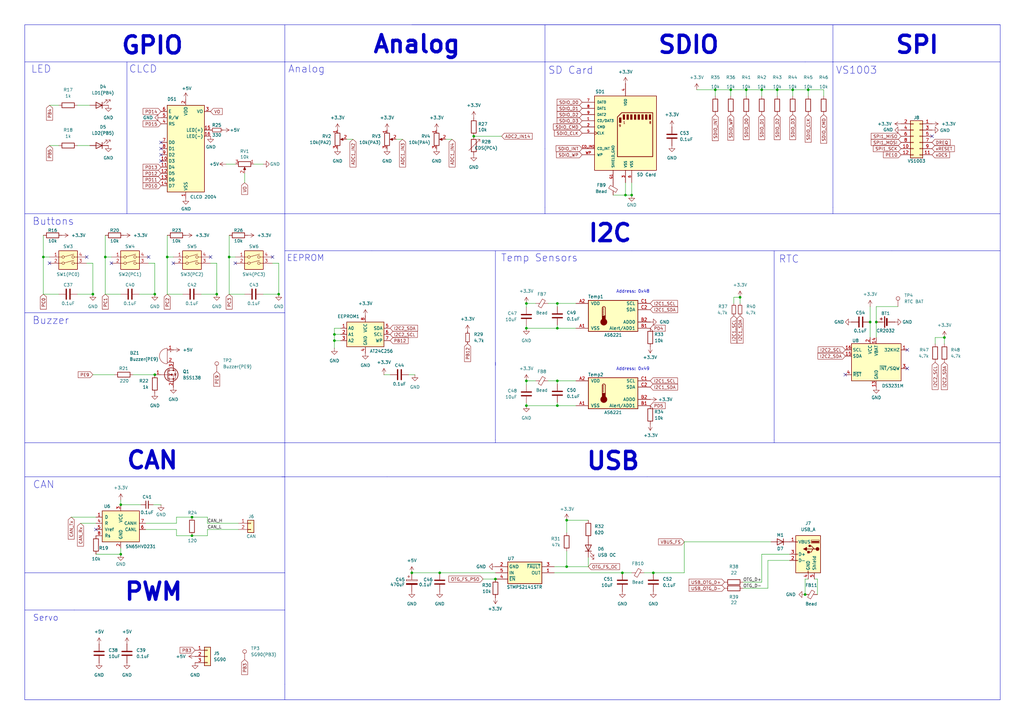
<source format=kicad_sch>
(kicad_sch (version 20250114) (generator "eeschema") (generator_version "9.0")
  (paper "A3")
  (title_block (title "Peripheral") (date "2025-05-19") (rev "1.0") (company "Robotics"))
  (text "Address: 0x48" (at 259.588 119.634 0) (effects (font (size 1.27 1.27))))
  (text "CLCD" (at 58.674 28.448 0) (effects (font (size 3 3))))
  (text "Analog" (at 125.73 28.448 0) (effects (font (size 3 3))))
  (text "Buttons" (at 21.844 90.932 0) (effects (font (size 3 3))))
  (text "Buzzer" (at 20.828 131.572 0) (effects (font (size 3 3))))
  (text "Servo" (at 13.462 255.016 0) (effects (font (size 2.54 2.54)) (justify left bottom)))
  (text "VS1003" (at 351.282 28.956 0) (effects (font (size 3 3))))
  (text "RTC" (at 323.596 106.426 0) (effects (font (size 3 3))))
  (text "EEPROM" (at 117.602 107.442 0) (effects (font (size 2.54 2.54)) (justify left bottom)))
  (text "LED" (at 12.7 30.226 0) (effects (font (size 3 3)) (justify left bottom)))
  (text "Analog" (at 170.942 18.288 0) (effects (font (size 7 7) (thickness 1.4) (bold yes))))
  (text "CAN" (at 62.484 188.976 0) (effects (font (size 7 7) (thickness 1.4) (bold yes))))
  (text "SPI" (at 376.174 18.542 0) (effects (font (size 7 7) (thickness 1.4) (bold yes))))
  (text "I2C" (at 250.19 95.758 0) (effects (font (size 7 7) (thickness 1.4) (bold yes))))
  (text "Temp Sensors" (at 221.234 105.918 0) (effects (font (size 3 3))))
  (text "USB" (at 251.46 189.23 0) (effects (font (size 7 7) (thickness 1.4) (bold yes))))
  (text "SD Card" (at 224.79 30.734 0) (effects (font (size 3 3)) (justify left bottom)))
  (text "PWM" (at 62.992 242.824 0) (effects (font (size 7 7) (thickness 1.4) (bold yes))))
  (text "GPIO" (at 62.484 18.796 0) (effects (font (size 7 7) (thickness 1.4) (bold yes))))
  (text "SDIO" (at 282.448 18.542 0) (effects (font (size 7 7) (thickness 1.4) (bold yes))))
  (text "CAN" (at 13.462 200.66 0) (effects (font (size 3 3)) (justify left bottom)))
  (text "Address: 0x49" (at 259.588 151.384 0) (effects (font (size 1.27 1.27))))
  (junction (at 49.53 207.01))
  (junction (at 259.08 80.01))
  (junction (at 387.35 138.43))
  (junction (at 63.5 153.67))
  (junction (at 325.12 36.83))
  (junction (at 330.2 243.84))
  (junction (at 331.47 36.83))
  (junction (at 228.6 134.62))
  (junction (at 228.6 156.21))
  (junction (at 114.3 120.65))
  (junction (at 78.74 219.71))
  (junction (at 255.27 234.95))
  (junction (at 49.53 227.33))
  (junction (at 38.1 120.65))
  (junction (at 303.53 121.92))
  (junction (at 63.5 120.65))
  (junction (at 293.37 36.83))
  (junction (at 312.42 36.83))
  (junction (at 215.9 156.21))
  (junction (at 180.34 234.95))
  (junction (at 17.78 105.41))
  (junction (at 359.41 132.08))
  (junction (at 168.91 234.95))
  (junction (at 232.41 232.41))
  (junction (at 194.31 55.88))
  (junction (at 228.6 166.37))
  (junction (at 203.2 237.49))
  (junction (at 88.9 120.65))
  (junction (at 306.07 36.83))
  (junction (at 43.18 105.41))
  (junction (at 215.9 166.37))
  (junction (at 215.9 124.46))
  (junction (at 228.6 124.46))
  (junction (at 93.98 105.41))
  (junction (at 267.97 234.95))
  (junction (at 356.87 132.08))
  (junction (at 137.16 137.16))
  (junction (at 232.41 213.36))
  (junction (at 256.54 80.01))
  (junction (at 137.16 139.7))
  (junction (at 68.58 105.41))
  (junction (at 318.77 36.83))
  (junction (at 215.9 134.62))
  (junction (at 78.74 212.09))
  (junction (at 299.72 36.83))
  (no_connect (at 86.36 105.41))
  (no_connect (at 372.11 143.51))
  (no_connect (at 39.37 217.17))
  (no_connect (at 346.71 153.67))
  (no_connect (at 35.56 105.41))
  (no_connect (at 382.27 55.88))
  (no_connect (at 45.72 107.95))
  (no_connect (at 96.52 107.95))
  (no_connect (at 372.11 151.13))
  (no_connect (at 60.96 105.41))
  (no_connect (at 66.04 63.5))
  (no_connect (at 71.12 107.95))
  (no_connect (at 66.04 66.04))
  (no_connect (at 66.04 58.42))
  (no_connect (at 20.32 107.95))
  (no_connect (at 66.04 60.96))
  (no_connect (at 111.76 105.41))
  (wire (pts (xy 85.09 212.09) (xy 85.09 214.63)))
  (polyline (pts (xy 10.16 128.27) (xy 116.84 128.27)))
  (polyline (pts (xy 317.5 102.87) (xy 317.5 180.34)))
  (wire (pts (xy 17.78 105.41) (xy 20.32 105.41)))
  (wire (pts (xy 68.58 96.52) (xy 68.58 105.41)))
  (wire (pts (xy 54.61 153.67) (xy 63.5 153.67)))
  (wire (pts (xy 82.55 120.65) (xy 88.9 120.65)))
  (wire (pts (xy 85.09 217.17) (xy 97.79 217.17)))
  (polyline (pts (xy 341.63 85.09) (xy 341.63 87.63)))
  (wire (pts (xy 20.32 43.18) (xy 24.13 43.18)))
  (wire (pts (xy 162.56 57.15) (xy 165.1 57.15)))
  (wire (pts (xy 293.37 36.83) (xy 293.37 39.37)))
  (wire (pts (xy 31.75 43.18) (xy 36.83 43.18)))
  (wire (pts (xy 93.98 105.41) (xy 93.98 120.65)))
  (wire (pts (xy 63.5 120.65) (xy 63.5 107.95)))
  (wire (pts (xy 331.47 36.83) (xy 337.82 36.83)))
  (wire (pts (xy 312.42 227.33) (xy 323.85 227.33)))
  (wire (pts (xy 224.79 124.46) (xy 228.6 124.46)))
  (wire (pts (xy 43.18 105.41) (xy 45.72 105.41)))
  (wire (pts (xy 280.67 234.95) (xy 280.67 222.25)))
  (polyline (pts (xy 116.84 25.4) (xy 116.84 10.16)))
  (polyline (pts (xy 203.2 181.61) (xy 410.21 181.61)))
  (wire (pts (xy 299.72 36.83) (xy 299.72 39.37)))
  (wire (pts (xy 312.42 36.83) (xy 312.42 39.37)))
  (polyline (pts (xy 116.84 250.19) (xy 116.84 280.67)))
  (wire (pts (xy 383.54 140.97) (xy 383.54 138.43)))
  (wire (pts (xy 383.54 138.43) (xy 387.35 138.43)))
  (wire (pts (xy 306.07 36.83) (xy 312.42 36.83)))
  (wire (pts (xy 312.42 238.76) (xy 312.42 227.33)))
  (wire (pts (xy 314.96 229.87) (xy 323.85 229.87)))
  (polyline (pts (xy 10.16 10.16) (xy 10.16 287.02)))
  (wire (pts (xy 304.8 241.3) (xy 314.96 241.3)))
  (wire (pts (xy 215.9 165.354) (xy 215.9 166.37)))
  (polyline (pts (xy 341.63 87.63) (xy 410.21 87.63)))
  (wire (pts (xy 35.56 107.95) (xy 38.1 107.95)))
  (polyline (pts (xy 10.16 181.61) (xy 116.84 181.61)))
  (wire (pts (xy 232.41 232.41) (xy 227.33 232.41)))
  (polyline (pts (xy 10.16 250.19) (xy 30.48 250.19)))
  (wire (pts (xy 85.09 214.63) (xy 97.79 214.63)))
  (wire (pts (xy 111.76 107.95) (xy 114.3 107.95)))
  (polyline (pts (xy 10.16 25.4) (xy 116.84 25.4)))
  (polyline (pts (xy 116.84 234.95) (xy 116.84 181.61)))
  (wire (pts (xy 62.865 207.01) (xy 66.04 207.01)))
  (wire (pts (xy 215.9 156.21) (xy 219.71 156.21)))
  (polyline (pts (xy 317.5 180.34) (xy 317.5 181.61)))
  (wire (pts (xy 49.53 207.01) (xy 57.785 207.01)))
  (wire (pts (xy 228.6 156.21) (xy 228.6 157.48)))
  (wire (pts (xy 387.35 138.43) (xy 387.35 140.97)))
  (wire (pts (xy 236.22 166.37) (xy 228.6 166.37)))
  (wire (pts (xy 280.67 222.25) (xy 316.23 222.25)))
  (polyline (pts (xy 10.16 195.58) (xy 116.84 195.58)))
  (wire (pts (xy 68.58 105.41) (xy 71.12 105.41)))
  (wire (pts (xy 78.74 219.71) (xy 85.09 219.71)))
  (wire (pts (xy 256.54 74.93) (xy 256.54 80.01)))
  (polyline (pts (xy 10.16 234.95) (xy 116.84 234.95)))
  (wire (pts (xy 17.78 105.41) (xy 17.78 120.65)))
  (wire (pts (xy 17.78 120.65) (xy 24.13 120.65)))
  (wire (pts (xy 331.47 36.83) (xy 331.47 39.37)))
  (wire (pts (xy 43.18 105.41) (xy 43.18 120.65)))
  (wire (pts (xy 31.75 59.69) (xy 36.83 59.69)))
  (wire (pts (xy 38.1 153.67) (xy 46.99 153.67)))
  (polyline (pts (xy 152.4 102.87) (xy 259.08 102.87)))
  (wire (pts (xy 72.39 214.63) (xy 72.39 212.09)))
  (wire (pts (xy 114.3 120.65) (xy 114.3 107.95)))
  (wire (pts (xy 31.75 120.65) (xy 38.1 120.65)))
  (wire (pts (xy 38.1 120.65) (xy 38.1 107.95)))
  (wire (pts (xy 232.41 218.44) (xy 232.41 213.36)))
  (wire (pts (xy 264.16 234.95) (xy 267.97 234.95)))
  (wire (pts (xy 33.02 214.63) (xy 39.37 214.63)))
  (wire (pts (xy 228.6 124.46) (xy 228.6 125.73)))
  (wire (pts (xy 256.54 80.01) (xy 259.08 80.01)))
  (polyline (pts (xy 116.84 102.87) (xy 152.4 102.87)))
  (wire (pts (xy 180.34 234.95) (xy 203.2 234.95)))
  (wire (pts (xy 215.9 157.734) (xy 215.9 156.21)))
  (wire (pts (xy 57.15 120.65) (xy 63.5 120.65)))
  (wire (pts (xy 137.16 137.16) (xy 137.16 139.7)))
  (wire (pts (xy 78.74 212.09) (xy 85.09 212.09)))
  (polyline (pts (xy 158.75 195.58) (xy 265.43 195.58)))
  (polyline (pts (xy 203.2 148.59) (xy 203.2 180.34)))
  (wire (pts (xy 236.22 134.62) (xy 228.6 134.62)))
  (wire (pts (xy 49.53 227.33) (xy 49.53 224.79)))
  (wire (pts (xy 137.16 139.7) (xy 139.7 139.7)))
  (polyline (pts (xy 115.57 195.58) (xy 158.75 195.58)))
  (polyline (pts (xy 116.84 87.63) (xy 223.52 87.63)))
  (wire (pts (xy 139.7 137.16) (xy 137.16 137.16)))
  (polyline (pts (xy 10.16 10.16) (xy 410.21 10.16)))
  (polyline (pts (xy 116.84 181.61) (xy 116.84 128.27)))
  (wire (pts (xy 335.28 237.49) (xy 335.28 243.84)))
  (polyline (pts (xy 116.84 25.4) (xy 223.52 25.4)))
  (wire (pts (xy 137.16 134.62) (xy 139.7 134.62)))
  (polyline (pts (xy 30.48 250.19) (xy 116.84 250.19)))
  (polyline (pts (xy 265.43 195.58) (xy 410.21 195.58)))
  (polyline (pts (xy 116.84 234.95) (xy 116.84 250.19)))
  (wire (pts (xy 232.41 226.06) (xy 232.41 232.41)))
  (wire (pts (xy 72.39 219.71) (xy 78.74 219.71)))
  (wire (pts (xy 142.24 57.15) (xy 144.78 57.15)))
  (wire (pts (xy 259.08 74.93) (xy 259.08 80.01)))
  (polyline (pts (xy 116.84 280.67) (xy 116.84 287.02)))
  (wire (pts (xy 43.18 120.65) (xy 49.53 120.65)))
  (polyline (pts (xy 223.52 60.96) (xy 223.52 85.09)))
  (polyline (pts (xy 168.91 10.16) (xy 410.21 10.16)))
  (wire (pts (xy 300.99 124.46) (xy 300.99 121.92)))
  (wire (pts (xy 68.58 120.65) (xy 74.93 120.65)))
  (wire (pts (xy 59.69 214.63) (xy 72.39 214.63)))
  (wire (pts (xy 318.77 36.83) (xy 325.12 36.83)))
  (wire (pts (xy 241.3 232.41) (xy 241.3 228.6)))
  (polyline (pts (xy 341.63 85.09) (xy 341.63 25.4)))
  (polyline (pts (xy 10.16 87.63) (xy 116.84 87.63)))
  (polyline (pts (xy 330.2 25.4) (xy 341.63 25.4)))
  (wire (pts (xy 85.09 217.17) (xy 85.09 219.71)))
  (wire (pts (xy 330.2 237.49) (xy 330.2 243.84)))
  (wire (pts (xy 232.41 232.41) (xy 241.3 232.41)))
  (polyline (pts (xy 341.63 10.16) (xy 341.63 25.4)))
  (wire (pts (xy 334.01 237.49) (xy 335.28 237.49)))
  (wire (pts (xy 228.6 166.37) (xy 228.6 165.1)))
  (wire (pts (xy 194.31 55.88) (xy 205.74 55.88)))
  (polyline (pts (xy 223.52 87.63) (xy 341.63 87.63)))
  (wire (pts (xy 215.9 125.984) (xy 215.9 124.46)))
  (polyline (pts (xy 410.21 287.02) (xy 10.16 287.02)))
  (wire (pts (xy 318.77 36.83) (xy 318.77 39.37)))
  (wire (pts (xy 293.37 36.83) (xy 299.72 36.83)))
  (wire (pts (xy 60.96 107.95) (xy 63.5 107.95)))
  (wire (pts (xy 359.41 132.08) (xy 359.41 138.43)))
  (wire (pts (xy 303.53 121.92) (xy 303.53 124.46)))
  (polyline (pts (xy 203.2 102.87) (xy 203.2 149.86)))
  (polyline (pts (xy 259.08 102.87) (xy 365.76 102.87)))
  (wire (pts (xy 49.53 205.105) (xy 49.53 207.01)))
  (wire (pts (xy 43.18 96.52) (xy 43.18 105.41)))
  (wire (pts (xy 72.39 212.09) (xy 78.74 212.09)))
  (wire (pts (xy 359.41 132.08) (xy 359.41 125.73)))
  (wire (pts (xy 17.78 96.52) (xy 17.78 105.41)))
  (wire (pts (xy 29.21 212.09) (xy 39.37 212.09)))
  (polyline (pts (xy 410.21 10.16) (xy 410.21 287.02)))
  (wire (pts (xy 331.47 237.49) (xy 330.2 237.49)))
  (wire (pts (xy 215.9 133.604) (xy 215.9 134.62)))
  (wire (pts (xy 314.96 241.3) (xy 314.96 229.87)))
  (wire (pts (xy 86.36 107.95) (xy 88.9 107.95)))
  (wire (pts (xy 325.12 36.83) (xy 325.12 39.37)))
  (wire (pts (xy 104.14 67.31) (xy 107.95 67.31)))
  (polyline (pts (xy 341.63 25.4) (xy 410.21 25.4)))
  (wire (pts (xy 137.16 139.7) (xy 137.16 142.875)))
  (wire (pts (xy 93.98 105.41) (xy 96.52 105.41)))
  (wire (pts (xy 236.22 124.46) (xy 228.6 124.46)))
  (wire (pts (xy 228.6 134.62) (xy 228.6 133.35)))
  (polyline (pts (xy 223.52 85.09) (xy 223.52 87.63)))
  (wire (pts (xy 168.91 234.95) (xy 180.34 234.95)))
  (wire (pts (xy 285.75 36.83) (xy 293.37 36.83)))
  (wire (pts (xy 356.87 132.08) (xy 356.87 138.43)))
  (wire (pts (xy 88.9 120.65) (xy 88.9 107.95)))
  (wire (pts (xy 259.08 234.95) (xy 255.27 234.95)))
  (wire (pts (xy 68.58 105.41) (xy 68.58 120.65)))
  (wire (pts (xy 215.9 134.62) (xy 228.6 134.62)))
  (wire (pts (xy 337.82 36.83) (xy 337.82 39.37)))
  (wire (pts (xy 224.79 156.21) (xy 228.6 156.21)))
  (polyline (pts (xy 365.76 102.87) (xy 410.21 102.87)))
  (wire (pts (xy 267.97 234.95) (xy 280.67 234.95)))
  (polyline (pts (xy 116.84 128.27) (xy 116.84 25.4)))
  (polyline (pts (xy 223.52 60.96) (xy 223.52 10.16)))
  (wire (pts (xy 312.42 36.83) (xy 318.77 36.83)))
  (wire (pts (xy 167.64 153.67) (xy 170.18 153.67)))
  (wire (pts (xy 100.33 74.93) (xy 100.33 71.12)))
  (wire (pts (xy 137.16 137.16) (xy 137.16 134.62)))
  (wire (pts (xy 304.8 238.76) (xy 312.42 238.76)))
  (wire (pts (xy 300.99 121.92) (xy 303.53 121.92)))
  (polyline (pts (xy 52.07 25.4) (xy 52.07 87.63)))
  (polyline (pts (xy 116.84 181.61) (xy 203.2 181.61)))
  (wire (pts (xy 299.72 36.83) (xy 306.07 36.83)))
  (wire (pts (xy 215.9 166.37) (xy 228.6 166.37)))
  (wire (pts (xy 20.32 59.69) (xy 24.13 59.69)))
  (wire (pts (xy 227.33 234.95) (xy 255.27 234.95)))
  (wire (pts (xy 107.95 120.65) (xy 114.3 120.65)))
  (wire (pts (xy 236.22 156.21) (xy 228.6 156.21)))
  (polyline (pts (xy 203.2 180.34) (xy 203.2 181.61)))
  (wire (pts (xy 325.12 36.83) (xy 331.47 36.83)))
  (wire (pts (xy 92.71 67.31) (xy 96.52 67.31)))
  (wire (pts (xy 215.9 124.46) (xy 219.71 124.46)))
  (wire (pts (xy 182.88 57.15) (xy 185.42 57.15)))
  (wire (pts (xy 198.12 237.49) (xy 203.2 237.49)))
  (wire (pts (xy 359.41 125.73) (xy 368.3 125.73)))
  (wire (pts (xy 306.07 36.83) (xy 306.07 39.37)))
  (wire (pts (xy 39.37 227.33) (xy 49.53 227.33)))
  (wire (pts (xy 356.87 125.73) (xy 356.87 132.08)))
  (wire (pts (xy 93.98 96.52) (xy 93.98 105.41)))
  (wire (pts (xy 251.46 80.01) (xy 256.54 80.01)))
  (wire (pts (xy 157.48 153.67) (xy 160.02 153.67)))
  (wire (pts (xy 93.98 120.65) (xy 100.33 120.65)))
  (wire (pts (xy 72.39 217.17) (xy 72.39 219.71)))
  (wire (pts (xy 232.41 213.36) (xy 241.3 213.36)))
  (wire (pts (xy 59.69 217.17) (xy 72.39 217.17)))
  (polyline (pts (xy 223.52 25.4) (xy 330.2 25.4)))
  (label "CAN_L" (at 85.09 217.17 0))
  (label "OTG_D-" (at 304.8 241.3 0))
  (label "CAN_H" (at 85.09 214.63 0))
  (label "OTG_D+" (at 304.8 238.76 0))
  (global_label "SDIO_CLK" (shape input) (at 331.47 46.99 270) (effects (font (thickness 0.1588))) (property "Intersheetrefs" "${INTERSHEET_REFS}" (effects (hide yes))))
  (global_label "CAN_Rx" (shape input) (at 33.02 214.63 270) (property "Intersheetrefs" "${INTERSHEET_REFS}" (effects (hide yes))))
  (global_label "ADC1_IN2" (shape input) (at 144.78 57.15 270) (property "Intersheetrefs" "${INTERSHEET_REFS}" (effects (hide yes))))
  (global_label "PC0" (shape input) (at 17.78 120.65 270) (effects (font (thickness 0.1588))) (property "Intersheetrefs" "${INTERSHEET_REFS}" (effects (hide yes))))
  (global_label "SDIO_D3" (shape input) (at 325.12 46.99 270) (effects (font (thickness 0.1588))) (property "Intersheetrefs" "${INTERSHEET_REFS}" (effects (hide yes))))
  (global_label "I2C2_SDA" (shape input) (at 387.35 148.59 270) (property "Intersheetrefs" "${INTERSHEET_REFS}" (effects (hide yes))))
  (global_label "I2C2_SDA" (shape input) (at 346.71 146.05 180) (property "Intersheetrefs" "${INTERSHEET_REFS}" (effects (hide yes))))
  (global_label "ADC2_IN14" (shape input) (at 205.74 55.88 0) (property "Intersheetrefs" "${INTERSHEET_REFS}" (effects (hide yes))))
  (global_label "SDIO_CMD" (shape input) (at 337.82 46.99 270) (effects (font (thickness 0.1588))) (property "Intersheetrefs" "${INTERSHEET_REFS}" (effects (hide yes))))
  (global_label "SDIO_INT" (shape input) (at 293.37 46.99 270) (effects (font (thickness 0.1588))) (property "Intersheetrefs" "${INTERSHEET_REFS}" (effects (hide yes))))
  (global_label "DREQ" (shape input) (at 382.27 58.42 0) (property "Intersheetrefs" "${INTERSHEET_REFS}" (effects (hide yes))))
  (global_label "PD14" (shape input) (at 66.04 45.72 180) (property "Intersheetrefs" "${INTERSHEET_REFS}" (effects (hide yes))))
  (global_label "USB_OTG_D-" (shape input) (at 297.18 241.3 180) (property "Intersheetrefs" "${INTERSHEET_REFS}" (effects (hide yes))))
  (global_label "OTG_FS_OC" (shape input) (at 241.3 232.41 0) (property "Intersheetrefs" "${INTERSHEET_REFS}" (effects (hide yes))))
  (global_label "I2C2_SCL" (shape input) (at 346.71 143.51 180) (property "Intersheetrefs" "${INTERSHEET_REFS}" (effects (hide yes))))
  (global_label "SDIO_D1" (shape input) (at 312.42 46.99 270) (effects (font (thickness 0.1588))) (property "Intersheetrefs" "${INTERSHEET_REFS}" (effects (hide yes))))
  (global_label "PB5" (shape input) (at 20.32 59.69 270) (property "Intersheetrefs" "${INTERSHEET_REFS}" (effects (hide yes))))
  (global_label "VO" (shape input) (at 86.36 45.72 0) (property "Intersheetrefs" "${INTERSHEET_REFS}" (effects (hide yes))))
  (global_label "OTG_FS_PSO" (shape input) (at 198.12 237.49 180) (property "Intersheetrefs" "${INTERSHEET_REFS}" (effects (hide yes))))
  (global_label "SDIO_CMD" (shape input) (at 238.76 52.07 180) (effects (font (thickness 0.1588))) (property "Intersheetrefs" "${INTERSHEET_REFS}" (effects (hide yes))))
  (global_label "xDCS" (shape input) (at 382.27 63.5 0) (property "Intersheetrefs" "${INTERSHEET_REFS}" (effects (hide yes))))
  (global_label "PD4" (shape input) (at 266.7 134.62 0) (property "Intersheetrefs" "${INTERSHEET_REFS}" (effects (hide yes))))
  (global_label "SPI1_SCK" (shape input) (at 369.57 60.96 180) (property "Intersheetrefs" "${INTERSHEET_REFS}" (effects (hide yes))))
  (global_label "I2C1_SCL" (shape input) (at 266.7 156.21 0) (property "Intersheetrefs" "${INTERSHEET_REFS}" (effects (hide yes))))
  (global_label "I2C2_SCL" (shape input) (at 383.54 148.59 270) (property "Intersheetrefs" "${INTERSHEET_REFS}" (effects (hide yes))))
  (global_label "VO" (shape input) (at 100.33 74.93 270) (property "Intersheetrefs" "${INTERSHEET_REFS}" (effects (hide yes))))
  (global_label "PD11" (shape input) (at 66.04 73.66 180) (property "Intersheetrefs" "${INTERSHEET_REFS}" (effects (hide yes))))
  (global_label "PE9" (shape input) (at 88.9 152.4 270) (property "Intersheetrefs" "${INTERSHEET_REFS}" (effects (hide yes))))
  (global_label "I2C1_SDA" (shape input) (at 266.7 127 0) (property "Intersheetrefs" "${INTERSHEET_REFS}" (effects (hide yes))))
  (global_label "PD10" (shape input) (at 66.04 76.2 180) (property "Intersheetrefs" "${INTERSHEET_REFS}" (effects (hide yes))))
  (global_label "CAN_Tx" (shape input) (at 29.21 212.09 270) (property "Intersheetrefs" "${INTERSHEET_REFS}" (effects (hide yes))))
  (global_label "PD5" (shape input) (at 266.7 166.37 0) (property "Intersheetrefs" "${INTERSHEET_REFS}" (effects (hide yes))))
  (global_label "USB_OTG_D+" (shape input) (at 297.18 238.76 180) (property "Intersheetrefs" "${INTERSHEET_REFS}" (effects (hide yes))))
  (global_label "SDIO_D0" (shape input) (at 306.07 46.99 270) (effects (font (thickness 0.1588))) (property "Intersheetrefs" "${INTERSHEET_REFS}" (effects (hide yes))))
  (global_label "ADC1_IN3" (shape input) (at 165.1 57.15 270) (property "Intersheetrefs" "${INTERSHEET_REFS}" (effects (hide yes))))
  (global_label "PD15" (shape input) (at 66.04 50.8 180) (property "Intersheetrefs" "${INTERSHEET_REFS}" (effects (hide yes))))
  (global_label "PB12" (shape input) (at 160.02 139.7 0) (property "Intersheetrefs" "${INTERSHEET_REFS}" (effects (hide yes))))
  (global_label "SDIO_WP" (shape input) (at 238.76 63.5 180) (effects (font (thickness 0.1588))) (property "Intersheetrefs" "${INTERSHEET_REFS}" (effects (hide yes))))
  (global_label "PB12" (shape input) (at 191.77 140.97 270) (property "Intersheetrefs" "${INTERSHEET_REFS}" (effects (hide yes))))
  (global_label "SDIO_WP" (shape input) (at 299.72 46.99 270) (effects (font (thickness 0.1588))) (property "Intersheetrefs" "${INTERSHEET_REFS}" (effects (hide yes))))
  (global_label "SDIO_D2" (shape input) (at 238.76 46.99 180) (effects (font (thickness 0.1588))) (property "Intersheetrefs" "${INTERSHEET_REFS}" (effects (hide yes))))
  (global_label "PD13" (shape input) (at 66.04 68.58 180) (property "Intersheetrefs" "${INTERSHEET_REFS}" (effects (hide yes))))
  (global_label "I2C2_SCL" (shape input) (at 160.02 137.16 0) (property "Intersheetrefs" "${INTERSHEET_REFS}" (effects (hide yes))))
  (global_label "PB4" (shape input) (at 20.32 43.18 270) (property "Intersheetrefs" "${INTERSHEET_REFS}" (effects (hide yes))))
  (global_label "I2C2_SDA" (shape input) (at 160.02 134.62 0) (property "Intersheetrefs" "${INTERSHEET_REFS}" (effects (hide yes))))
  (global_label "PE9" (shape input) (at 38.1 153.67 180) (property "Intersheetrefs" "${INTERSHEET_REFS}" (effects (hide yes))))
  (global_label "PC3" (shape input) (at 93.98 120.65 270) (effects (font (thickness 0.1588))) (property "Intersheetrefs" "${INTERSHEET_REFS}" (effects (hide yes))))
  (global_label "ADC1_IN4" (shape input) (at 185.42 57.15 270) (property "Intersheetrefs" "${INTERSHEET_REFS}" (effects (hide yes))))
  (global_label "PC1" (shape input) (at 43.18 120.65 270) (effects (font (thickness 0.1588))) (property "Intersheetrefs" "${INTERSHEET_REFS}" (effects (hide yes))))
  (global_label "SDIO_INT" (shape input) (at 238.76 60.96 180) (effects (font (thickness 0.1588))) (property "Intersheetrefs" "${INTERSHEET_REFS}" (effects (hide yes))))
  (global_label "xRESET" (shape input) (at 382.27 60.96 0) (property "Intersheetrefs" "${INTERSHEET_REFS}" (effects (hide yes))))
  (global_label "I2C1_SCL" (shape input) (at 300.99 129.54 270) (property "Intersheetrefs" "${INTERSHEET_REFS}" (effects (hide yes))))
  (global_label "SPI1_MOSI" (shape input) (at 369.57 58.42 180) (property "Intersheetrefs" "${INTERSHEET_REFS}" (effects (hide yes))))
  (global_label "I2C1_SDA" (shape input) (at 266.7 158.75 0) (property "Intersheetrefs" "${INTERSHEET_REFS}" (effects (hide yes))))
  (global_label "PB3" (shape input) (at 80.01 266.7 180) (property "Intersheetrefs" "${INTERSHEET_REFS}" (effects (hide yes))))
  (global_label "VBUS_FS" (shape input) (at 280.67 222.25 180) (property "Intersheetrefs" "${INTERSHEET_REFS}" (effects (hide yes))))
  (global_label "PB3" (shape input) (at 100.33 270.51 270) (property "Intersheetrefs" "${INTERSHEET_REFS}" (effects (hide yes))))
  (global_label "SDIO_CLK" (shape input) (at 238.76 54.61 180) (effects (font (thickness 0.1588))) (property "Intersheetrefs" "${INTERSHEET_REFS}" (effects (hide yes))))
  (global_label "SDIO_D2" (shape input) (at 318.77 46.99 270) (effects (font (thickness 0.1588))) (property "Intersheetrefs" "${INTERSHEET_REFS}" (effects (hide yes))))
  (global_label "PE10" (shape input) (at 369.57 63.5 180) (property "Intersheetrefs" "${INTERSHEET_REFS}" (effects (hide yes))))
  (global_label "PD12" (shape input) (at 66.04 71.12 180) (property "Intersheetrefs" "${INTERSHEET_REFS}" (effects (hide yes))))
  (global_label "SPI1_MISO" (shape input) (at 369.57 55.88 180) (property "Intersheetrefs" "${INTERSHEET_REFS}" (effects (hide yes))))
  (global_label "PC2" (shape input) (at 68.58 120.65 270) (effects (font (thickness 0.1588))) (property "Intersheetrefs" "${INTERSHEET_REFS}" (effects (hide yes))))
  (global_label "I2C1_SDA" (shape input) (at 303.53 129.54 270) (property "Intersheetrefs" "${INTERSHEET_REFS}" (effects (hide yes))))
  (global_label "I2C1_SCL" (shape input) (at 266.7 124.46 0) (property "Intersheetrefs" "${INTERSHEET_REFS}" (effects (hide yes))))
  (global_label "SDIO_D0" (shape input) (at 238.76 41.91 180) (effects (font (thickness 0.1588))) (property "Intersheetrefs" "${INTERSHEET_REFS}" (effects (hide yes))))
  (global_label "SDIO_D3" (shape input) (at 238.76 49.53 180) (effects (font (thickness 0.1588))) (property "Intersheetrefs" "${INTERSHEET_REFS}" (effects (hide yes))))
  (global_label "SDIO_D1" (shape input) (at 238.76 44.45 180) (effects (font (thickness 0.1588))) (property "Intersheetrefs" "${INTERSHEET_REFS}" (effects (hide yes))))
  (symbol (lib_id "Connector_Generic:Conn_02x06_Odd_Even") (at 377.19 55.88 0) (mirror y) (unit 1)
    (property "Reference" "J8" (at 375.92 48.26 0))
    (property "Value" "VS1003" (at 375.92 66.04 0))
    (property "Footprint" "Connector_PinSocket_2.54mm:PinSocket_2x06_P2.54mm_Vertical" (effects (hide yes)))
  )
  (symbol (lib_id "STM32F4개발보드-rescue:GND-nixie-cache") (at 382.27 53.34 90) (mirror x) (unit 1)
    (property "Reference" "#PWR0148" (effects (hide yes)))
    (property "Value" "GND" (at 385.5212 53.467 90) (effects (justify right)))
  )
  (symbol (lib_id "STM32F4개발보드-rescue:GND-nixie-cache") (at 369.57 53.34 270) (mirror x) (unit 1)
    (property "Reference" "#PWR0146" (effects (hide yes)))
    (property "Value" "GND" (at 366.3188 53.213 90) (effects (justify right)))
  )
  (symbol (lib_id "Device:R_Potentiometer") (at 158.75 57.15 0) (unit 1)
    (property "Reference" "RV3" (at 156.21 55.8799 0) (effects (justify right)))
    (property "Value" "10k(PA3)" (at 156.21 58.4199 0) (effects (justify right)))
    (property "Footprint" "PCB:RV09H20SQ-B10K" (effects (hide yes)))
    (property "Description" "Potentiometer" (effects (hide yes)))
  )
  (symbol (lib_id "Device:R") (at 203.2 241.3 0) (mirror x) (unit 1)
    (property "Reference" "R30" (at 199.644 240.03 0))
    (property "Value" "10k" (at 199.644 242.57 0))
    (property "Footprint" "Resistor_SMD:R_0805_2012Metric" (effects (hide yes)))
  )
  (symbol (lib_id "power:+3.3V") (at 215.9 156.21 0) (unit 1)
    (property "Reference" "#PWR0125" (effects (hide yes)))
    (property "Value" "+3.3V" (at 215.9 151.13 0))
  )
  (symbol (lib_id "Device:D") (at 320.04 222.25 0) (mirror y) (unit 1)
    (property "Reference" "D7" (at 320.04 225.044 0))
    (property "Value" "M1" (at 320.04 219.456 0))
    (property "Footprint" "Diode_SMD:D_SMA" (effects (hide yes)))
    (property "Description" "Diode" (effects (hide yes)))
    (property "Sim.Device" "D" (effects (hide yes)))
    (property "Sim.Pins" "1=K 2=A" (effects (hide yes)))
  )
  (symbol (lib_id "power:GND") (at 138.43 60.96 0) (unit 1)
    (property "Reference" "#PWR0106" (effects (hide yes)))
    (property "Value" "GND" (at 138.43 66.04 0))
    (property "Description" "Power symbol creates a global label with name \"GND\" , ground" (effects (hide yes)))
  )
  (symbol (lib_id "power:+3.3V") (at 191.77 135.89 0) (unit 1)
    (property "Reference" "#PWR0120" (effects (hide yes)))
    (property "Value" "+3.3V" (at 191.77 130.81 0))
  )
  (symbol (lib_id "GPS데이터-송신기-ver-1.1(개선-버전)-rescue:+5V-nixie-cache") (at 92.71 67.31 90) (unit 1)
    (property "Reference" "#PWR0102" (effects (hide yes)))
    (property "Value" "+5V" (at 89.916 67.31 90) (effects (justify left)))
  )
  (symbol (lib_id "Device:C") (at 40.64 267.97 0) (unit 1)
    (property "Reference" "C38" (at 44.45 266.6999 0) (effects (justify left)))
    (property "Value" "10uF" (at 44.45 269.2399 0) (effects (justify left)))
    (property "Footprint" "Capacitor_SMD:C_1206_3216Metric" (effects (hide yes)))
    (property "Description" "Unpolarized capacitor" (effects (hide yes)))
  )
  (symbol (lib_id "Device:FerriteBead_Small") (at 222.25 156.21 90) (unit 1)
    (property "Reference" "FB8" (at 222.25 152.4 90))
    (property "Value" "Bead" (at 222.25 160.02 90))
    (property "Footprint" "Inductor_SMD:L_0805_2012Metric" (effects (hide yes)))
  )
  (symbol (lib_id "power:GND") (at 267.97 242.57 0) (mirror y) (unit 1)
    (property "Reference" "#PWR0135" (effects (hide yes)))
    (property "Value" "GND" (at 267.97 247.65 0))
  )
  (symbol (lib_id "Timer_RTC:DS3231M") (at 359.41 148.59 0) (unit 1)
    (property "Reference" "U8" (at 349.504 139.7 0) (effects (justify left)))
    (property "Value" "DS3231M" (at 361.696 158.242 0) (effects (justify left)))
    (property "Footprint" "Package_SO:SOIC-16W_7.5x10.3mm_P1.27mm" (effects (hide yes)))
    (property "Datasheet" "http://datasheets.maximintegrated.com/en/ds/DS3231.pdf" (effects (hide yes)))
    (property "Description" "Extremely Accurate I2C-Integrated RTC/TCXO/Crystal SOIC-16" (effects (hide yes)))
  )
  (symbol (lib_id "Device:R") (at 241.3 217.17 0) (mirror y) (unit 1)
    (property "Reference" "R32" (at 243.84 215.8999 0) (effects (justify right)))
    (property "Value" "620" (at 243.84 218.4399 0) (effects (justify right)))
    (property "Footprint" "Resistor_SMD:R_0805_2012Metric" (effects (hide yes)))
    (property "Description" "Resistor" (effects (hide yes)))
  )
  (symbol (lib_id "Device:C") (at 275.59 55.88 0) (unit 1)
    (property "Reference" "C53" (at 278.765 54.6099 0) (effects (justify left)))
    (property "Value" "0.1uF" (at 278.765 57.1499 0) (effects (justify left)))
    (property "Footprint" "Capacitor_SMD:C_0805_2012Metric" (effects (hide yes)))
  )
  (symbol (lib_id "power:+3.3V") (at 266.7 163.83 270) (unit 1)
    (property "Reference" "#PWR0133" (effects (hide yes)))
    (property "Value" "+3.3V" (at 275.844 163.83 90) (effects (justify right)))
  )
  (symbol (lib_id "power:+3.3V") (at 101.6 96.52 270) (unit 1)
    (property "Reference" "#PWR0101" (effects (hide yes)))
    (property "Value" "+3.3V" (at 105.41 96.5199 90) (effects (justify left)))
    (property "Description" "Power symbol creates a global label with name \"+3.3V\"" (effects (hide yes)))
  )
  (symbol (lib_id "Device:R_POT") (at 100.33 67.31 270) (unit 1)
    (property "Reference" "RV1" (at 100.33 62.0522 90))
    (property "Value" "10k" (at 100.33 64.3636 90))
    (property "Footprint" "PCB:3362P-103LF" (effects (hide yes)))
  )
  (symbol (lib_id "power:+3.3V") (at 158.75 53.34 0) (unit 1)
    (property "Reference" "#PWR0110" (effects (hide yes)))
    (property "Value" "+3.3V" (at 158.75 48.26 0))
    (property "Description" "Power symbol creates a global label with name \"+3.3V\"" (effects (hide yes)))
  )
  (symbol (lib_id "Device:C") (at 163.83 153.67 90) (unit 1)
    (property "Reference" "C44" (at 163.83 149.86 90))
    (property "Value" "0.1uF" (at 163.83 157.48 90))
    (property "Footprint" "Capacitor_SMD:C_0805_2012Metric" (effects (hide yes)))
  )
  (symbol (lib_id "AS6221:AS6221") (at 251.46 129.54 0) (unit 1)
    (property "Reference" "Temp1" (at 244.348 121.666 0))
    (property "Value" "AS6221" (at 251.46 137.414 0))
    (property "Footprint" "Package_CSP:WLCSP-6_1.4x1.0mm_P0.4mm" (effects (hide yes)))
  )
  (symbol (lib_id "Device:R") (at 46.99 96.52 270) (unit 1)
    (property "Reference" "R20" (at 46.99 94.488 90))
    (property "Value" "10k" (at 46.99 98.806 90))
    (property "Footprint" "Resistor_SMD:R_0805_2012Metric" (effects (hide yes)))
    (property "Description" "Resistor" (effects (hide yes)))
  )
  (symbol (lib_id "power:GND") (at 71.12 158.75 0) (unit 1)
    (property "Reference" "#PWR091" (effects (hide yes)))
    (property "Value" "GND" (at 71.12 163.83 0))
    (property "Description" "Power symbol creates a global label with name \"GND\" , ground" (effects (hide yes)))
  )
  (symbol (lib_id "power:GND") (at 275.59 59.69 0) (mirror y) (unit 1)
    (property "Reference" "#PWR0137" (effects (hide yes)))
    (property "Value" "GND" (at 275.59 64.77 0))
    (property "Description" "Power symbol creates a global label with name \"GND\" , ground" (effects (hide yes)))
  )
  (symbol (lib_id "Device:C") (at 78.74 120.65 90) (unit 1)
    (property "Reference" "C42" (at 78.74 116.84 90))
    (property "Value" "0.1uF" (at 78.74 124.46 90))
    (property "Footprint" "Capacitor_SMD:C_0805_2012Metric" (effects (hide yes)))
  )
  (symbol (lib_id "Memory_EEPROM:CAT24C256") (at 149.86 137.16 0) (unit 1)
    (property "Reference" "EEPROM1" (at 138.43 129.794 0) (effects (justify left)))
    (property "Value" "AT24C256" (at 151.638 144.018 0) (effects (justify left)))
    (property "Footprint" "Package_SO:SOIC-8_3.9x4.9mm_P1.27mm" (effects (hide yes)))
    (property "Datasheet" "https://www.onsemi.cn/PowerSolutions/document/CAT24C256-D.PDF" (effects (hide yes)))
    (property "Description" "256 kb CMOS Serial EEPROM, DIP-8/SOIC-8/TSSOP-8/DFN-8" (effects (hide yes)))
  )
  (symbol (lib_id "power:GND") (at 259.08 80.01 0) (mirror y) (unit 1)
    (property "Reference" "#PWR0130" (effects (hide yes)))
    (property "Value" "GND" (at 259.08 84.074 0))
    (property "Description" "Power symbol creates a global label with name \"GND\" , ground" (effects (hide yes)))
  )
  (symbol (lib_id "Device:R") (at 300.99 238.76 90) (unit 1)
    (property "Reference" "R38" (at 300.99 232.41 90))
    (property "Value" "22" (at 300.99 234.95 90))
    (property "Footprint" "Resistor_SMD:R_0805_2012Metric" (effects (hide yes)))
    (property "Description" "Resistor" (effects (hide yes)))
  )
  (symbol (lib_id "MY_PMIC:STMPS2141STR") (at 208.28 232.41 0) (unit 1)
    (property "Reference" "U7" (at 209.55 229.108 0))
    (property "Value" "STMPS2141STR" (at 215.138 240.792 0))
    (property "Footprint" "Package_TO_SOT_SMD:SOT-23-5" (effects (hide yes)))
  )
  (symbol (lib_id "power:+3.3V") (at 203.2 245.11 0) (mirror x) (unit 1)
    (property "Reference" "#PWR0122" (effects (hide yes)))
    (property "Value" "+3.3V" (at 205.994 249.682 0) (effects (justify right)))
  )
  (symbol (lib_id "Device:R") (at 331.47 43.18 180) (unit 1)
    (property "Reference" "R45" (at 331.47 31.75 0))
    (property "Value" "10k" (at 331.47 35.56 0))
    (property "Footprint" "Resistor_SMD:R_0805_2012Metric" (effects (hide yes)))
    (property "Description" "Resistor" (effects (hide yes)))
  )
  (symbol (lib_id "GPS데이터-송신기-ver-1.1(개선-버전)-rescue:GND-nixie-cache") (at 66.04 48.26 270) (unit 1)
    (property "Reference" "#PWR088" (effects (hide yes)))
    (property "Value" "GND" (at 60.706 48.26 90))
  )
  (symbol (lib_id "Transistor_FET:BSS138") (at 68.58 153.67 0) (unit 1)
    (property "Reference" "Q1" (at 74.93 152.3999 0) (effects (justify left)))
    (property "Value" "BSS138" (at 74.93 154.9399 0) (effects (justify left)))
    (property "Footprint" "Package_TO_SOT_SMD:SOT-23" (effects (hide yes)))
    (property "Datasheet" "https://www.onsemi.com/pub/Collateral/BSS138-D.PDF" (effects (hide yes)))
    (property "Description" "50V Vds, 0.22A Id, N-Channel MOSFET, SOT-23" (effects (hide yes)))
  )
  (symbol (lib_id "Connector_Generic:Conn_01x02") (at 102.87 214.63 0) (unit 1)
    (property "Reference" "J6" (at 101.854 211.836 0) (effects (justify left)))
    (property "Value" "CAN" (at 101.092 219.964 0) (effects (justify left)))
    (property "Footprint" "Connector_PinHeader_2.54mm:PinHeader_1x02_P2.54mm_Vertical" (effects (hide yes)))
    (property "Description" "Generic connector, single row, 01x02, script generated (kicad-library-utils/schlib/autogen/connector/)" (effects (hide yes)))
  )
  (symbol (lib_id "Connector:TestPoint") (at 100.33 270.51 0) (unit 1)
    (property "Reference" "TP3" (at 102.87 265.9379 0) (effects (justify left)))
    (property "Value" "SG90(PB3)" (at 102.87 268.4779 0) (effects (justify left)))
    (property "Footprint" "TestPoint:TestPoint_Pad_D1.5mm" (effects (hide yes)))
    (property "Description" "test point" (effects (hide yes)))
  )
  (symbol (lib_id "GPS데이터-송신기-ver-1.1(개선-버전)-rescue:GND-nixie-cache") (at 86.36 55.88 0) (unit 1)
    (property "Reference" "#PWR097" (effects (hide yes)))
    (property "Value" "GND" (at 86.487 60.2742 0))
  )
  (symbol (lib_id "Device:LED") (at 40.64 43.18 180) (unit 1)
    (property "Reference" "D4" (at 42.2275 35.56 0))
    (property "Value" "LD1(PB4)" (at 42.2275 38.1 0))
    (property "Footprint" "LED_SMD:LED_0805_2012Metric" (effects (hide yes)))
    (property "Description" "Light emitting diode" (effects (hide yes)))
  )
  (symbol (lib_id "power:GND") (at 266.7 132.08 90) (unit 1)
    (property "Reference" "#PWR0131" (effects (hide yes)))
    (property "Value" "GND" (at 270.51 132.0799 90) (effects (justify right)))
  )
  (symbol (lib_id "power:+3.3V") (at 179.07 53.34 0) (unit 1)
    (property "Reference" "#PWR0115" (effects (hide yes)))
    (property "Value" "+3.3V" (at 179.07 48.26 0))
    (property "Description" "Power symbol creates a global label with name \"+3.3V\"" (effects (hide yes)))
  )
  (symbol (lib_id "Device:R") (at 312.42 43.18 180) (unit 1)
    (property "Reference" "R42" (at 312.42 31.75 0))
    (property "Value" "10k" (at 312.42 35.56 0))
    (property "Footprint" "Resistor_SMD:R_0805_2012Metric" (effects (hide yes)))
    (property "Description" "Resistor" (effects (hide yes)))
  )
  (symbol (lib_id "power:GND") (at 137.16 142.875 0) (unit 1)
    (property "Reference" "#PWR0104" (effects (hide yes)))
    (property "Value" "GND" (at 137.16 147.955 0))
    (property "Description" "Power symbol creates a global label with name \"GND\" , ground" (effects (hide yes)))
  )
  (symbol (lib_name "LED_1") (lib_id "Device:LED") (at 241.3 224.79 90) (unit 1)
    (property "Reference" "D6" (at 245.11 225.1074 90) (effects (justify right)))
    (property "Value" "USB OC" (at 245.11 227.6474 90) (effects (justify right)))
    (property "Footprint" "LED_SMD:LED_0805_2012Metric" (effects (hide yes)))
    (property "Description" "Light emitting diode" (effects (hide yes)))
    (property "Sim.Pins" "1=K 2=A" (effects (hide yes)))
  )
  (symbol (lib_id "Switch:SW_DIP_x02") (at 27.94 107.95 0) (unit 1)
    (property "Reference" "SW3" (at 27.94 101.092 0))
    (property "Value" "SW1(PC0)" (at 27.94 112.522 0))
    (property "Footprint" "PCB:SW_SMD_IT-1107" (effects (hide yes)))
  )
  (symbol (lib_id "Switch:SW_DIP_x02") (at 104.14 107.95 0) (unit 1)
    (property "Reference" "SW6" (at 104.14 101.092 0))
    (property "Value" "SW4(PC3)" (at 104.14 112.522 0))
    (property "Footprint" "PCB:SW_SMD_IT-1107" (effects (hide yes)))
  )
  (symbol (lib_id "Device:R") (at 39.37 223.52 0) (mirror x) (unit 1)
    (property "Reference" "R19" (at 44.45 224.79 0) (effects (justify right)))
    (property "Value" "10k" (at 41.275 229.235 0) (effects (justify right)))
    (property "Footprint" "Resistor_SMD:R_0805_2012Metric" (effects (hide yes)))
  )
  (symbol (lib_id "power:GND") (at 359.41 158.75 0) (unit 1)
    (property "Reference" "#PWR0143" (effects (hide yes)))
    (property "Value" "GND" (at 359.41 163.068 0))
  )
  (symbol (lib_id "power:+3.3V") (at 387.35 138.43 0) (unit 1)
    (property "Reference" "#PWR0149" (effects (hide yes)))
    (property "Value" "+3.3V" (at 387.35 133.35 0))
    (property "Description" "Power symbol creates a global label with name \"+3.3V\"" (effects (hide yes)))
  )
  (symbol (lib_id "GPS데이터-송신기-ver-1.1(개선-버전)-rescue:GND-nixie-cache") (at 107.95 67.31 90) (unit 1)
    (property "Reference" "#PWR0100" (effects (hide yes)))
    (property "Value" "GND" (at 112.776 67.31 90))
  )
  (symbol (lib_id "power:+3.3V") (at 275.59 52.07 0) (unit 1)
    (property "Reference" "#PWR0136" (effects (hide yes)))
    (property "Value" "+3.3V" (at 275.59 46.99 0))
    (property "Description" "Power symbol creates a global label with name \"+3.3V\"" (effects (hide yes)))
  )
  (symbol (lib_id "power:GND") (at 66.04 207.01 0) (mirror y) (unit 1)
    (property "Reference" "#PWR089" (effects (hide yes)))
    (property "Value" "GND" (at 66.04 211.074 0))
    (property "Description" "Power symbol creates a global label with name \"GND\" , ground" (effects (hide yes)))
  )
  (symbol (lib_id "Device:R_Small") (at 300.99 127 0) (mirror y) (unit 1)
    (property "Reference" "R37" (at 298.45 125.7299 0) (effects (justify left)))
    (property "Value" "4.7k" (at 298.45 128.2699 0) (effects (justify left)))
    (property "Footprint" "Resistor_SMD:R_0805_2012Metric" (effects (hide yes)))
  )
  (symbol (lib_id "Connector:TestPoint") (at 88.9 152.4 0) (unit 1)
    (property "Reference" "TP2" (at 91.44 147.8279 0) (effects (justify left)))
    (property "Value" "Buzzer(PE9)" (at 91.44 150.3679 0) (effects (justify left)))
    (property "Footprint" "TestPoint:TestPoint_Pad_D1.5mm" (effects (hide yes)))
    (property "Description" "test point" (effects (hide yes)))
  )
  (symbol (lib_id "power:+3.3V") (at 356.87 125.73 0) (unit 1)
    (property "Reference" "#PWR0142" (effects (hide yes)))
    (property "Value" "+3.3V" (at 356.87 120.65 0))
    (property "Description" "Power symbol creates a global label with name \"+3.3V\"" (effects (hide yes)))
  )
  (symbol (lib_id "Connector_Generic:Conn_01x03") (at 85.09 269.24 0) (unit 1)
    (property "Reference" "J5" (at 87.63 267.9699 0) (effects (justify left)))
    (property "Value" "SG90" (at 87.63 270.5099 0) (effects (justify left)))
    (property "Footprint" "Connector_PinHeader_2.54mm:PinHeader_1x03_P2.54mm_Vertical" (effects (hide yes)))
    (property "Description" "Generic connector, single row, 01x03, script generated (kicad-library-utils/schlib/autogen/connector/)" (effects (hide yes)))
  )
  (symbol (lib_id "Device:R") (at 299.72 43.18 180) (unit 1)
    (property "Reference" "R36" (at 299.72 31.75 0))
    (property "Value" "10k" (at 299.72 35.56 0))
    (property "Footprint" "Resistor_SMD:R_0805_2012Metric" (effects (hide yes)))
    (property "Description" "Resistor" (effects (hide yes)))
  )
  (symbol (lib_id "power:GND") (at 179.07 60.96 0) (unit 1)
    (property "Reference" "#PWR0116" (effects (hide yes)))
    (property "Value" "GND" (at 179.07 66.04 0))
    (property "Description" "Power symbol creates a global label with name \"GND\" , ground" (effects (hide yes)))
  )
  (symbol (lib_id "power:+3.3V") (at 285.75 36.83 0) (unit 1)
    (property "Reference" "#PWR0138" (effects (hide yes)))
    (property "Value" "+3.3V" (at 285.75 31.75 0))
    (property "Description" "Power symbol creates a global label with name \"+3.3V\"" (effects (hide yes)))
  )
  (symbol (lib_id "Device:R") (at 27.94 43.18 90) (unit 1)
    (property "Reference" "R17" (at 27.94 36.83 90))
    (property "Value" "1k" (at 27.94 39.37 90))
    (property "Footprint" "Resistor_SMD:R_0805_2012Metric" (effects (hide yes)))
    (property "Description" "Resistor" (effects (hide yes)))
  )
  (symbol (lib_id "Device:R_Potentiometer") (at 179.07 57.15 0) (unit 1)
    (property "Reference" "RV4" (at 176.53 55.8799 0) (effects (justify right)))
    (property "Value" "10k(PA4)" (at 176.53 58.4199 0) (effects (justify right)))
    (property "Footprint" "PCB:RV09H20SQ-B10K" (effects (hide yes)))
    (property "Description" "Potentiometer" (effects (hide yes)))
  )
  (symbol (lib_id "Device:R") (at 194.31 52.07 0) (unit 1)
    (property "Reference" "R27" (at 196.088 50.9016 0) (effects (justify left)))
    (property "Value" "10k" (at 196.088 53.213 0) (effects (justify left)))
    (property "Footprint" "Resistor_SMD:R_0805_2012Metric" (effects (hide yes)))
  )
  (symbol (lib_id "power:GND") (at 180.34 242.57 0) (unit 1)
    (property "Reference" "#PWR0117" (effects (hide yes)))
    (property "Value" "GND" (at 180.34 247.65 0))
  )
  (symbol (lib_id "power:GND") (at 63.5 161.29 0) (unit 1)
    (property "Reference" "#PWR087" (effects (hide yes)))
    (property "Value" "GND" (at 63.5 166.37 0))
    (property "Description" "Power symbol creates a global label with name \"GND\" , ground" (effects (hide yes)))
  )
  (symbol (lib_id "Device:C") (at 267.97 238.76 0) (unit 1)
    (property "Reference" "C52" (at 271.78 237.4899 0) (effects (justify left)))
    (property "Value" "0.1uF" (at 271.78 240.0299 0) (effects (justify left)))
    (property "Footprint" "Capacitor_SMD:C_0805_2012Metric" (effects (hide yes)))
  )
  (symbol (lib_id "power:+3.3V") (at 76.2 96.52 270) (unit 1)
    (property "Reference" "#PWR094" (effects (hide yes)))
    (property "Value" "+3.3V" (at 80.01 96.5199 90) (effects (justify left)))
    (property "Description" "Power symbol creates a global label with name \"+3.3V\"" (effects (hide yes)))
  )
  (symbol (lib_id "Device:C") (at 52.07 267.97 0) (unit 1)
    (property "Reference" "C39" (at 55.88 266.6999 0) (effects (justify left)))
    (property "Value" "0.1uF" (at 55.88 269.2399 0) (effects (justify left)))
    (property "Footprint" "Capacitor_SMD:C_0805_2012Metric" (effects (hide yes)))
    (property "Description" "Unpolarized capacitor" (effects (hide yes)))
  )
  (symbol (lib_id "Device:R_Small") (at 303.53 127 0) (unit 1)
    (property "Reference" "R40" (at 306.07 125.7299 0) (effects (justify left)))
    (property "Value" "4.7k" (at 305.816 128.27 0) (effects (justify left)))
    (property "Footprint" "Resistor_SMD:R_0805_2012Metric" (effects (hide yes)))
  )
  (symbol (lib_id "power:+3.3V") (at 157.48 153.67 0) (unit 1)
    (property "Reference" "#PWR0109" (effects (hide yes)))
    (property "Value" "+3.3V" (at 157.48 148.59 0))
  )
  (symbol (lib_id "Device:R") (at 21.59 96.52 270) (unit 1)
    (property "Reference" "R16" (at 21.59 94.488 90))
    (property "Value" "10k" (at 21.59 98.806 90))
    (property "Footprint" "Resistor_SMD:R_0805_2012Metric" (effects (hide yes)))
    (property "Description" "Resistor" (effects (hide yes)))
  )
  (symbol (lib_id "power:GND") (at 80.01 271.78 0) (unit 1)
    (property "Reference" "#PWR096" (effects (hide yes)))
    (property "Value" "GND" (at 80.01 276.86 0))
  )
  (symbol (lib_id "Device:C") (at 215.9 161.544 0) (mirror x) (unit 1)
    (property "Reference" "C48" (at 212.09 160.2739 0) (effects (justify right)))
    (property "Value" "10uF" (at 212.09 162.8139 0) (effects (justify right)))
    (property "Footprint" "Capacitor_SMD:C_1206_3216Metric" (effects (hide yes)))
  )
  (symbol (lib_id "Device:R") (at 325.12 43.18 180) (unit 1)
    (property "Reference" "R44" (at 325.12 31.75 0))
    (property "Value" "10k" (at 325.12 35.56 0))
    (property "Footprint" "Resistor_SMD:R_0805_2012Metric" (effects (hide yes)))
    (property "Description" "Resistor" (effects (hide yes)))
  )
  (symbol (lib_id "power:+3.3V") (at 232.41 213.36 0) (mirror y) (unit 1)
    (property "Reference" "#PWR0127" (effects (hide yes)))
    (property "Value" "+3.3V" (at 229.616 208.788 0) (effects (justify right)))
  )
  (symbol (lib_id "Device:R") (at 383.54 144.78 0) (mirror y) (unit 1)
    (property "Reference" "R47" (at 381 143.5099 0) (effects (justify left)))
    (property "Value" "4.7k" (at 381 146.0499 0) (effects (justify left)))
    (property "Footprint" "Resistor_SMD:R_0805_2012Metric" (effects (hide yes)))
    (property "Description" "Resistor" (effects (hide yes)))
  )
  (symbol (lib_id "Device:Battery_Cell") (at 364.49 132.08 90) (unit 1)
    (property "Reference" "BT1" (at 363.22 128.524 90))
    (property "Value" "CR2032" (at 363.22 135.636 90))
    (property "Footprint" "PCB:BAT-HLD-001" (effects (hide yes)))
    (property "Description" "Single-cell battery" (effects (hide yes)))
  )
  (symbol (lib_id "power:+3.3V") (at 303.53 121.92 0) (unit 1)
    (property "Reference" "#PWR0139" (effects (hide yes)))
    (property "Value" "+3.3V" (at 303.53 116.84 0))
  )
  (symbol (lib_id "Interface_CAN_LIN:SN65HVD231") (at 49.53 214.63 0) (unit 1)
    (property "Reference" "U6" (at 42.545 207.645 0) (effects (justify left)))
    (property "Value" "SN65HVD231" (at 51.435 224.155 0) (effects (justify left)))
    (property "Footprint" "Package_SO:SOIC-8_3.9x4.9mm_P1.27mm" (effects (hide yes)))
    (property "Datasheet" "http://www.ti.com/lit/ds/symlink/sn65hvd230.pdf" (effects (hide yes)))
  )
  (symbol (lib_id "Device:FerriteBead_Small") (at 251.46 77.47 0) (unit 1)
    (property "Reference" "FB9" (at 246.634 75.946 0))
    (property "Value" "Bead" (at 246.634 78.486 0))
    (property "Footprint" "Inductor_SMD:L_0805_2012Metric" (effects (hide yes)))
  )
  (symbol (lib_id "power:+3.3V") (at 215.9 124.46 0) (unit 1)
    (property "Reference" "#PWR0123" (effects (hide yes)))
    (property "Value" "+3.3V" (at 215.9 119.38 0))
  )
  (symbol (lib_id "power:GND") (at 63.5 120.65 0) (unit 1)
    (property "Reference" "#PWR086" (effects (hide yes)))
    (property "Value" "GND" (at 63.5 125.73 0))
    (property "Description" "Power symbol creates a global label with name \"GND\" , ground" (effects (hide yes)))
  )
  (symbol (lib_id "power:+3.3V") (at 25.4 96.52 270) (unit 1)
    (property "Reference" "#PWR075" (effects (hide yes)))
    (property "Value" "+3.3V" (at 29.21 96.5199 90) (effects (justify left)))
    (property "Description" "Power symbol creates a global label with name \"+3.3V\"" (effects (hide yes)))
  )
  (symbol (lib_id "GPS데이터-송신기-ver-1.1(개선-버전)-rescue:+5V-nixie-cache") (at 76.2 40.64 0) (unit 1)
    (property "Reference" "#PWR092" (effects (hide yes)))
    (property "Value" "+5V" (at 76.581 36.2458 0))
  )
  (symbol (lib_id "Device:FerriteBead_Small") (at 222.25 124.46 90) (unit 1)
    (property "Reference" "FB7" (at 222.25 120.65 90))
    (property "Value" "Bead" (at 222.25 128.27 90))
    (property "Footprint" "Inductor_SMD:L_0805_2012Metric" (effects (hide yes)))
  )
  (symbol (lib_id "power:+5V") (at 80.01 269.24 90) (unit 1)
    (property "Reference" "#PWR095" (effects (hide yes)))
    (property "Value" "+5V" (at 76.2 269.2399 90) (effects (justify left)))
    (property "Description" "Power symbol creates a global label with name \"+5V\"" (effects (hide yes)))
  )
  (symbol (lib_id "power:+3.3V") (at 266.7 173.99 180) (unit 1)
    (property "Reference" "#PWR0134" (effects (hide yes)))
    (property "Value" "+3.3V" (at 263.906 178.562 0) (effects (justify right)))
  )
  (symbol (lib_id "power:GND") (at 114.3 120.65 0) (unit 1)
    (property "Reference" "#PWR0103" (effects (hide yes)))
    (property "Value" "GND" (at 114.3 125.73 0))
    (property "Description" "Power symbol creates a global label with name \"GND\" , ground" (effects (hide yes)))
  )
  (symbol (lib_id "Device:R") (at 78.74 215.9 0) (unit 1)
    (property "Reference" "R24" (at 76.962 210.312 0) (effects (justify left)))
    (property "Value" "120" (at 76.962 221.742 0) (effects (justify left)))
    (property "Footprint" "Resistor_SMD:R_0805_2012Metric" (effects (hide yes)))
    (property "Description" "Resistor" (effects (hide yes)))
  )
  (symbol (lib_id "Device:R") (at 97.79 96.52 270) (unit 1)
    (property "Reference" "R26" (at 97.79 94.488 90))
    (property "Value" "10k" (at 97.79 98.806 90))
    (property "Footprint" "Resistor_SMD:R_0805_2012Metric" (effects (hide yes)))
    (property "Description" "Resistor" (effects (hide yes)))
  )
  (symbol (lib_id "Device:C") (at 104.14 120.65 90) (unit 1)
    (property "Reference" "C43" (at 104.14 116.84 90))
    (property "Value" "0.1uF" (at 104.14 124.46 90))
    (property "Footprint" "Capacitor_SMD:C_0805_2012Metric" (effects (hide yes)))
  )
  (symbol (lib_id "Device:FerriteBead_Small") (at 332.74 243.84 90) (unit 1)
    (property "Reference" "FB11" (at 332.74 240.03 90))
    (property "Value" "Bead" (at 332.74 247.65 90))
    (property "Footprint" "Inductor_SMD:L_0805_2012Metric" (effects (hide yes)))
  )
  (symbol (lib_id "Device:C") (at 255.27 238.76 0) (mirror x) (unit 1)
    (property "Reference" "C51" (at 251.46 237.4899 0) (effects (justify right)))
    (property "Value" "10uF" (at 251.46 240.0299 0) (effects (justify right)))
    (property "Footprint" "Capacitor_SMD:C_1206_3216Metric" (effects (hide yes)))
  )
  (symbol (lib_id "power:GND") (at 44.45 59.69 0) (unit 1)
    (property "Reference" "#PWR080" (effects (hide yes)))
    (property "Value" "GND" (at 44.45 64.77 0))
    (property "Description" "Power symbol creates a global label with name \"GND\" , ground" (effects (hide yes)))
  )
  (symbol (lib_id "Device:C_Small") (at 60.325 207.01 90) (unit 1)
    (property "Reference" "C41" (at 60.325 203.835 90))
    (property "Value" "0.1uF" (at 60.325 210.185 90))
    (property "Footprint" "Capacitor_SMD:C_0805_2012Metric" (effects (hide yes)))
  )
  (symbol (lib_id "power:GND") (at 40.64 271.78 0) (unit 1)
    (property "Reference" "#PWR078" (effects (hide yes)))
    (property "Value" "GND" (at 40.64 276.86 0))
  )
  (symbol (lib_id "Device:R") (at 72.39 96.52 270) (unit 1)
    (property "Reference" "R23" (at 72.39 94.488 90))
    (property "Value" "10k" (at 72.39 98.806 90))
    (property "Footprint" "Resistor_SMD:R_0805_2012Metric" (effects (hide yes)))
    (property "Description" "Resistor" (effects (hide yes)))
  )
  (symbol (lib_name "AS6221_3") (lib_id "AS6221:AS6221") (at 251.46 161.29 0) (unit 1)
    (property "Reference" "Temp2" (at 244.348 153.67 0))
    (property "Value" "AS6221" (at 251.46 169.164 0))
    (property "Footprint" "Package_CSP:WLCSP-6_1.4x1.0mm_P0.4mm" (effects (hide yes)))
  )
  (symbol (lib_id "power:+3.3V") (at 149.86 129.54 0) (unit 1)
    (property "Reference" "#PWR0107" (effects (hide yes)))
    (property "Value" "+3.3V" (at 149.86 124.46 0))
  )
  (symbol (lib_id "Device:C") (at 180.34 238.76 0) (unit 1)
    (property "Reference" "C46" (at 177.546 237.744 0) (effects (justify right)))
    (property "Value" "0.1uF" (at 177.292 239.776 0) (effects (justify right)))
    (property "Footprint" "Capacitor_SMD:C_0805_2012Metric" (effects (hide yes)))
  )
  (symbol (lib_id "power:GND") (at 49.53 227.33 0) (mirror y) (unit 1)
    (property "Reference" "#PWR082" (effects (hide yes)))
    (property "Value" "GND" (at 49.53 231.394 0))
    (property "Description" "Power symbol creates a global label with name \"GND\" , ground" (effects (hide yes)))
  )
  (symbol (lib_id "Device:C") (at 27.94 120.65 90) (unit 1)
    (property "Reference" "C37" (at 27.94 116.84 90))
    (property "Value" "0.1uF" (at 27.94 124.46 90))
    (property "Footprint" "Capacitor_SMD:C_0805_2012Metric" (effects (hide yes)))
  )
  (symbol (lib_id "Device:R_Small") (at 191.77 138.43 0) (unit 1)
    (property "Reference" "R29" (at 194.31 137.1599 0) (effects (justify left)))
    (property "Value" "4.7k" (at 194.31 139.6999 0) (effects (justify left)))
    (property "Footprint" "Resistor_SMD:R_0805_2012Metric" (effects (hide yes)))
  )
  (symbol (lib_id "Device:R") (at 337.82 43.18 180) (unit 1)
    (property "Reference" "R46" (at 337.82 31.75 0))
    (property "Value" "10k" (at 337.82 35.56 0))
    (property "Footprint" "Resistor_SMD:R_0805_2012Metric" (effects (hide yes)))
    (property "Description" "Resistor" (effects (hide yes)))
  )
  (symbol (lib_id "power:GND") (at 349.25 132.08 270) (mirror x) (unit 1)
    (property "Reference" "#PWR0141" (effects (hide yes)))
    (property "Value" "GND" (at 344.17 132.08 90))
  )
  (symbol (lib_id "Device:R") (at 293.37 43.18 180) (unit 1)
    (property "Reference" "R35" (at 293.37 31.75 0))
    (property "Value" "10k" (at 293.37 35.56 0))
    (property "Footprint" "Resistor_SMD:R_0805_2012Metric" (effects (hide yes)))
    (property "Description" "Resistor" (effects (hide yes)))
  )
  (symbol (lib_id "Device:C_Polarized") (at 168.91 238.76 0) (unit 1)
    (property "Reference" "C45" (at 166.116 237.744 0) (effects (justify right)))
    (property "Value" "470uF" (at 166.116 239.776 0) (effects (justify right)))
    (property "Footprint" "PCB:MVG25WV470M" (effects (hide yes)))
    (property "Description" "Polarized capacitor" (effects (hide yes)))
  )
  (symbol (lib_id "power:GND") (at 194.31 63.5 0) (unit 1)
    (property "Reference" "#PWR0119" (effects (hide yes)))
    (property "Value" "GND" (at 194.31 68.58 0))
    (property "Description" "Power symbol creates a global label with name \"GND\" , ground" (effects (hide yes)))
  )
  (symbol (lib_id "Device:C") (at 53.34 120.65 90) (unit 1)
    (property "Reference" "C40" (at 53.34 116.84 90))
    (property "Value" "0.1uF" (at 53.34 124.46 90))
    (property "Footprint" "Capacitor_SMD:C_0805_2012Metric" (effects (hide yes)))
  )
  (symbol (lib_id "power:GND") (at 367.03 132.08 90) (unit 1)
    (property "Reference" "#PWR0144" (effects (hide yes)))
    (property "Value" "GND" (at 372.11 132.08 90))
  )
  (symbol (lib_id "MY_Socket:GSD090012SEU") (at 256.54 54.61 0) (unit 1)
    (property "Reference" "SD1" (at 246.126 37.592 0))
    (property "Value" "SD Card" (at 265.176 71.628 0))
    (property "Footprint" "PCB:AMPHENOL_GSD090012SEU" (effects (hide yes)))
    (property "MF" "Amphenol" (effects (hide yes)))
    (property "MAXIMUM_PACKAGE_HEIGHT" "2.95mm" (effects (hide yes)))
    (property "Package" "None" (effects (hide yes)))
    (property "Price" "None" (effects (hide yes)))
    (property "Check_prices" "https://www.snapeda.com/parts/GSD090012SEU/Amphenol/view-part/?ref=eda" (effects (hide yes)))
    (property "STANDARD" "Manufacturer Recommendations" (effects (hide yes)))
    (property "PARTREV" "E" (effects (hide yes)))
    (property "SnapEDA_Link" "https://www.snapeda.com/parts/GSD090012SEU/Amphenol/view-part/?ref=snap" (effects (hide yes)))
    (property "MP" "GSD090012SEU" (effects (hide yes)))
    (property "Description_1" "\n                        \n                            Micro SD and SD Card Sockets, Input Output Connectors, SD Socket,9 Position,SMT\n                        \n" (effects (hide yes)))
    (property "Availability" "In Stock" (effects (hide yes)))
    (property "MANUFACTURER" "Amphenol" (effects (hide yes)))
  )
  (symbol (lib_id "Display_Character:WC1602A") (at 76.2 60.96 0) (unit 1)
    (property "Reference" "DS1" (at 68.58 40.64 0) (effects (justify left)))
    (property "Value" "CLCD 2004" (at 77.978 80.772 0) (effects (justify left)))
    (property "Footprint" "PCB:LCD-20x4" (effects (hide yes)))
    (property "Datasheet" "http://www.wincomlcd.com/pdf/WC1602A-SFYLYHTC06.pdf" (effects (hide yes)))
    (property "Description" "LCD 16x2 Alphanumeric , 8 bit parallel bus, 5V VDD" (effects (hide yes)))
  )
  (symbol (lib_id "Device:R_Variable") (at 194.31 59.69 0) (unit 1)
    (property "Reference" "R28" (at 199.39 58.166 0))
    (property "Value" "CDS(PC4)" (at 199.39 60.706 0))
    (property "Footprint" "OptoDevice:R_LDR_5.0x4.1mm_P3mm_Vertical" (effects (hide yes)))
    (property "Description" "Variable resistor" (effects (hide yes)))
  )
  (symbol (lib_id "Device:R") (at 318.77 43.18 180) (unit 1)
    (property "Reference" "R43" (at 318.77 31.75 0))
    (property "Value" "10k" (at 318.77 35.56 0))
    (property "Footprint" "Resistor_SMD:R_0805_2012Metric" (effects (hide yes)))
    (property "Description" "Resistor" (effects (hide yes)))
  )
  (symbol (lib_id "power:+3.3V") (at 382.27 50.8 270) (unit 1)
    (property "Reference" "#PWR0147" (effects (hide yes)))
    (property "Value" "+3.3V" (at 386.08 50.7999 90) (effects (justify left)))
  )
  (symbol (lib_id "power:+5V") (at 71.12 143.51 270) (unit 1)
    (property "Reference" "#PWR090" (effects (hide yes)))
    (property "Value" "+5V" (at 74.93 143.5099 90) (effects (justify left)))
    (property "Description" "Power symbol creates a global label with name \"+5V\"" (effects (hide yes)))
  )
  (symbol (lib_id "Device:FerriteBead_Small") (at 261.62 234.95 90) (unit 1)
    (property "Reference" "FB10" (at 261.62 231.14 90))
    (property "Value" "Bead" (at 261.62 238.76 90))
    (property "Footprint" "Inductor_SMD:L_0805_2012Metric" (effects (hide yes)))
  )
  (symbol (lib_id "Connector:TestPoint") (at 368.3 125.73 0) (unit 1)
    (property "Reference" "TP4" (at 370.84 121.1579 0) (effects (justify left)))
    (property "Value" "RTC BAT" (at 370.84 123.6979 0) (effects (justify left)))
    (property "Footprint" "TestPoint:TestPoint_Pad_D1.5mm" (effects (hide yes)))
    (property "Description" "test point" (effects (hide yes)))
  )
  (symbol (lib_id "power:GND") (at 149.86 144.78 0) (unit 1)
    (property "Reference" "#PWR0108" (effects (hide yes)))
    (property "Value" "GND" (at 149.86 149.86 0))
    (property "Description" "Power symbol creates a global label with name \"GND\" , ground" (effects (hide yes)))
  )
  (symbol (lib_id "power:GND") (at 168.91 242.57 0) (unit 1)
    (property "Reference" "#PWR0113" (effects (hide yes)))
    (property "Value" "GND" (at 168.91 247.65 0))
  )
  (symbol (lib_id "power:GND") (at 52.07 271.78 0) (unit 1)
    (property "Reference" "#PWR085" (effects (hide yes)))
    (property "Value" "GND" (at 52.07 276.86 0))
  )
  (symbol (lib_id "Device:R") (at 232.41 222.25 0) (unit 1)
    (property "Reference" "R31" (at 229.87 220.9799 0) (effects (justify right)))
    (property "Value" "47k" (at 229.87 223.5199 0) (effects (justify right)))
    (property "Footprint" "Resistor_SMD:R_0805_2012Metric" (effects (hide yes)))
    (property "Description" "Resistor" (effects (hide yes)))
  )
  (symbol (lib_id "Device:R") (at 27.94 59.69 90) (unit 1)
    (property "Reference" "R18" (at 27.94 53.34 90))
    (property "Value" "1k" (at 27.94 55.88 90))
    (property "Footprint" "Resistor_SMD:R_0805_2012Metric" (effects (hide yes)))
    (property "Description" "Resistor" (effects (hide yes)))
  )
  (symbol (lib_id "Device:R") (at 266.7 138.43 180) (unit 1)
    (property "Reference" "R33" (at 270.256 137.16 0))
    (property "Value" "10k" (at 270.256 139.7 0))
    (property "Footprint" "Resistor_SMD:R_0805_2012Metric" (effects (hide yes)))
  )
  (symbol (lib_id "GPS데이터-송신기-ver-1.1(개선-버전)-rescue:GND-nixie-cache") (at 76.2 81.28 0) (unit 1)
    (property "Reference" "#PWR093" (effects (hide yes)))
    (property "Value" "GND" (at 76.327 85.6742 0))
  )
  (symbol (lib_id "power:+3.3V") (at 266.7 142.24 180) (unit 1)
    (property "Reference" "#PWR0132" (effects (hide yes)))
    (property "Value" "+3.3V" (at 263.652 146.558 0) (effects (justify right)))
  )
  (symbol (lib_id "power:GND") (at 44.45 43.18 0) (unit 1)
    (property "Reference" "#PWR079" (effects (hide yes)))
    (property "Value" "GND" (at 44.45 48.26 0))
    (property "Description" "Power symbol creates a global label with name \"GND\" , ground" (effects (hide yes)))
  )
  (symbol (lib_id "power:GND") (at 158.75 60.96 0) (unit 1)
    (property "Reference" "#PWR0111" (effects (hide yes)))
    (property "Value" "GND" (at 158.75 66.04 0))
    (property "Description" "Power symbol creates a global label with name \"GND\" , ground" (effects (hide yes)))
  )
  (symbol (lib_id "power:+5V") (at 168.91 234.95 0) (unit 1)
    (property "Reference" "#PWR0112" (effects (hide yes)))
    (property "Value" "+5V" (at 168.91 229.87 0))
    (property "Description" "Power symbol creates a global label with name \"+5V\"" (effects (hide yes)))
  )
  (symbol (lib_id "power:+3.3V") (at 194.31 48.26 0) (unit 1)
    (property "Reference" "#PWR0118" (effects (hide yes)))
    (property "Value" "+3.3V" (at 194.31 43.18 0))
    (property "Description" "Power symbol creates a global label with name \"+3.3V\"" (effects (hide yes)))
  )
  (symbol (lib_id "power:GND") (at 215.9 134.62 0) (unit 1)
    (property "Reference" "#PWR0124" (effects (hide yes)))
    (property "Value" "GND" (at 215.9 139.7 0))
  )
  (symbol (lib_id "Device:R") (at 266.7 170.18 180) (unit 1)
    (property "Reference" "R34" (at 270.256 168.91 0))
    (property "Value" "10k" (at 270.256 171.45 0))
    (property "Footprint" "Resistor_SMD:R_0805_2012Metric" (effects (hide yes)))
  )
  (symbol (lib_id "Device:C") (at 228.6 161.29 0) (unit 1)
    (property "Reference" "C50" (at 232.41 160.0199 0) (effects (justify left)))
    (property "Value" "0.1uF" (at 232.41 162.5599 0) (effects (justify left)))
    (property "Footprint" "Capacitor_SMD:C_0805_2012Metric" (effects (hide yes)))
  )
  (symbol (lib_id "power:+3.3V") (at 256.54 34.29 0) (unit 1)
    (property "Reference" "#PWR0129" (effects (hide yes)))
    (property "Value" "+3.3V" (at 256.54 29.464 0))
    (property "Description" "Power symbol creates a global label with name \"+3.3V\"" (effects (hide yes)))
  )
  (symbol (lib_id "Device:R_Potentiometer") (at 138.43 57.15 0) (unit 1)
    (property "Reference" "RV2" (at 135.89 55.8799 0) (effects (justify right)))
    (property "Value" "10k(PA2)" (at 135.89 58.4199 0) (effects (justify right)))
    (property "Footprint" "PCB:RV09H20SQ-B10K" (effects (hide yes)))
    (property "Description" "Potentiometer" (effects (hide yes)))
  )
  (symbol (lib_id "power:GND") (at 170.18 153.67 0) (unit 1)
    (property "Reference" "#PWR0114" (effects (hide yes)))
    (property "Value" "GND" (at 170.18 158.75 0))
    (property "Description" "Power symbol creates a global label with name \"GND\" , ground" (effects (hide yes)))
  )
  (symbol (lib_id "power:+5V") (at 40.64 264.16 0) (unit 1)
    (property "Reference" "#PWR077" (effects (hide yes)))
    (property "Value" "+5V" (at 40.64 259.08 0))
    (property "Description" "Power symbol creates a global label with name \"+5V\"" (effects (hide yes)))
  )
  (symbol (lib_id "power:GND") (at 38.1 120.65 0) (unit 1)
    (property "Reference" "#PWR076" (effects (hide yes)))
    (property "Value" "GND" (at 38.1 125.73 0))
    (property "Description" "Power symbol creates a global label with name \"GND\" , ground" (effects (hide yes)))
  )
  (symbol (lib_id "Device:C") (at 215.9 129.794 0) (mirror x) (unit 1)
    (property "Reference" "C47" (at 212.09 128.5239 0) (effects (justify right)))
    (property "Value" "10uF" (at 212.09 131.0639 0) (effects (justify right)))
    (property "Footprint" "Capacitor_SMD:C_1206_3216Metric" (effects (hide yes)))
  )
  (symbol (lib_id "Device:R") (at 387.35 144.78 0) (unit 1)
    (property "Reference" "R48" (at 389.89 143.5099 0) (effects (justify left)))
    (property "Value" "4.7k" (at 389.89 146.0499 0) (effects (justify left)))
    (property "Footprint" "Resistor_SMD:R_0805_2012Metric" (effects (hide yes)))
    (property "Description" "Resistor" (effects (hide yes)))
  )
  (symbol (lib_id "GPS데이터-송신기-ver-1.1(개선-버전)-rescue:+5V-nixie-cache") (at 91.44 53.34 270) (unit 1)
    (property "Reference" "#PWR099" (effects (hide yes)))
    (property "Value" "+5V" (at 96.266 53.34 90))
  )
  (symbol (lib_id "Device:R") (at 306.07 43.18 180) (unit 1)
    (property "Reference" "R41" (at 306.07 31.75 0))
    (property "Value" "10k" (at 306.07 35.56 0))
    (property "Footprint" "Resistor_SMD:R_0805_2012Metric" (effects (hide yes)))
    (property "Description" "Resistor" (effects (hide yes)))
  )
  (symbol (lib_id "Device:R_Small") (at 88.9 53.34 90) (unit 1)
    (property "Reference" "R25" (at 88.9 51.308 90))
    (property "Value" "330" (at 88.9 55.372 90))
    (property "Footprint" "Resistor_SMD:R_0805_2012Metric" (effects (hide yes)))
    (property "Description" "Resistor, small symbol" (effects (hide yes)))
  )
  (symbol (lib_id "Device:R") (at 50.8 153.67 90) (unit 1)
    (property "Reference" "R21" (at 48.768 151.13 90) (effects (justify right)))
    (property "Value" "220" (at 49.022 156.21 90) (effects (justify right)))
    (property "Footprint" "Resistor_SMD:R_0805_2012Metric" (effects (hide yes)))
    (property "Description" "Resistor" (effects (hide yes)))
  )
  (symbol (lib_id "power:+3.3V") (at 50.8 96.52 270) (unit 1)
    (property "Reference" "#PWR083" (effects (hide yes)))
    (property "Value" "+3.3V" (at 54.61 96.5199 90) (effects (justify left)))
    (property "Description" "Power symbol creates a global label with name \"+3.3V\"" (effects (hide yes)))
  )
  (symbol (lib_id "power:GND") (at 88.9 120.65 0) (unit 1)
    (property "Reference" "#PWR098" (effects (hide yes)))
    (property "Value" "GND" (at 88.9 125.73 0))
    (property "Description" "Power symbol creates a global label with name \"GND\" , ground" (effects (hide yes)))
  )
  (symbol (lib_id "power:+5V") (at 52.07 264.16 0) (unit 1)
    (property "Reference" "#PWR084" (effects (hide yes)))
    (property "Value" "+5V" (at 52.07 259.08 0))
    (property "Description" "Power symbol creates a global label with name \"+5V\"" (effects (hide yes)))
  )
  (symbol (lib_id "power:GND") (at 330.2 243.84 270) (mirror x) (unit 1)
    (property "Reference" "#PWR0140" (effects (hide yes)))
    (property "Value" "GND" (at 326.39 243.8399 90) (effects (justify right)))
  )
  (symbol (lib_id "Device:C") (at 228.6 129.54 0) (unit 1)
    (property "Reference" "C49" (at 232.41 128.2699 0) (effects (justify left)))
    (property "Value" "0.1uF" (at 232.41 130.8099 0) (effects (justify left)))
    (property "Footprint" "Capacitor_SMD:C_0805_2012Metric" (effects (hide yes)))
  )
  (symbol (lib_id "Switch:SW_DIP_x02") (at 78.74 107.95 0) (unit 1)
    (property "Reference" "SW5" (at 78.74 101.092 0))
    (property "Value" "SW3(PC2)" (at 78.74 112.522 0))
    (property "Footprint" "PCB:SW_SMD_IT-1107" (effects (hide yes)))
  )
  (symbol (lib_id "power:GND") (at 203.2 232.41 270) (unit 1)
    (property "Reference" "#PWR0121" (effects (hide yes)))
    (property "Value" "GND" (at 199.39 232.4099 90) (effects (justify right)))
  )
  (symbol (lib_id "power:GND") (at 215.9 166.37 0) (unit 1)
    (property "Reference" "#PWR0126" (effects (hide yes)))
    (property "Value" "GND" (at 215.9 171.45 0))
  )
  (symbol (lib_id "Switch:SW_DIP_x02") (at 53.34 107.95 0) (unit 1)
    (property "Reference" "SW4" (at 53.34 101.092 0))
    (property "Value" "SW2(PC1)" (at 53.34 112.522 0))
    (property "Footprint" "PCB:SW_SMD_IT-1107" (effects (hide yes)))
  )
  (symbol (lib_id "power:+3.3V") (at 138.43 53.34 0) (unit 1)
    (property "Reference" "#PWR0105" (effects (hide yes)))
    (property "Value" "+3.3V" (at 138.43 48.26 0))
    (property "Description" "Power symbol creates a global label with name \"+3.3V\"" (effects (hide yes)))
  )
  (symbol (lib_id "Device:Buzzer") (at 68.58 146.05 0) (mirror y) (unit 1)
    (property "Reference" "BZ1" (at 57.15 144.78 0) (effects (justify left)))
    (property "Value" "Buzzer(PE9)" (at 65.024 147.32 0) (effects (justify left)))
    (property "Footprint" "Buzzer_Beeper:Buzzer_12x9.5RM7.6" (effects (hide yes)))
    (property "Description" "Buzzer, polarized" (effects (hide yes)))
  )
  (symbol (lib_id "Device:C") (at 353.06 132.08 90) (unit 1)
    (property "Reference" "C54" (at 354.838 128.27 90) (effects (justify left)))
    (property "Value" "0.1uF" (at 355.6 135.636 90) (effects (justify left)))
    (property "Footprint" "Capacitor_SMD:C_0805_2012Metric" (effects (hide yes)))
  )
  (symbol (lib_id "Device:R") (at 63.5 157.48 0) (unit 1)
    (property "Reference" "R22" (at 60.96 156.2099 0) (effects (justify right)))
    (property "Value" "1k" (at 60.96 158.7499 0) (effects (justify right)))
    (property "Footprint" "Resistor_SMD:R_0805_2012Metric" (effects (hide yes)))
    (property "Description" "Resistor" (effects (hide yes)))
  )
  (symbol (lib_id "Device:R") (at 300.99 241.3 270) (mirror x) (unit 1)
    (property "Reference" "R39" (at 300.99 244.856 90))
    (property "Value" "22" (at 300.99 247.142 90))
    (property "Footprint" "Resistor_SMD:R_0805_2012Metric" (effects (hide yes)))
    (property "Description" "Resistor" (effects (hide yes)))
  )
  (symbol (lib_id "Connector:USB_A") (at 331.47 227.33 0) (mirror y) (unit 1)
    (property "Reference" "J7" (at 331.47 214.63 0))
    (property "Value" "USB_A" (at 331.47 217.17 0))
    (property "Footprint" "Connector_USB:USB_A_Connfly_DS1095" (effects (hide yes)))
    (property "Description" "USB Type A connector" (effects (hide yes)))
  )
  (symbol (lib_id "power:+3.3V") (at 49.53 205.105 0) (unit 1)
    (property "Reference" "#PWR081" (effects (hide yes)))
    (property "Value" "+3.3V" (at 49.53 200.025 0))
  )
  (symbol (lib_id "power:+3.3V") (at 369.57 50.8 90) (unit 1)
    (property "Reference" "#PWR0145" (effects (hide yes)))
    (property "Value" "+3.3V" (at 365.76 50.7999 90) (effects (justify left)))
  )
  (symbol (lib_id "power:GND") (at 255.27 242.57 0) (mirror y) (unit 1)
    (property "Reference" "#PWR0128" (effects (hide yes)))
    (property "Value" "GND" (at 255.27 247.65 0))
  )
  (symbol (lib_id "Device:LED") (at 40.64 59.69 180) (unit 1)
    (property "Reference" "D5" (at 42.2275 52.07 0))
    (property "Value" "LD2(PB5)" (at 42.2275 54.61 0))
    (property "Footprint" "LED_SMD:LED_0805_2012Metric" (effects (hide yes)))
    (property "Description" "Light emitting diode" (effects (hide yes)))
  )
)
</source>
